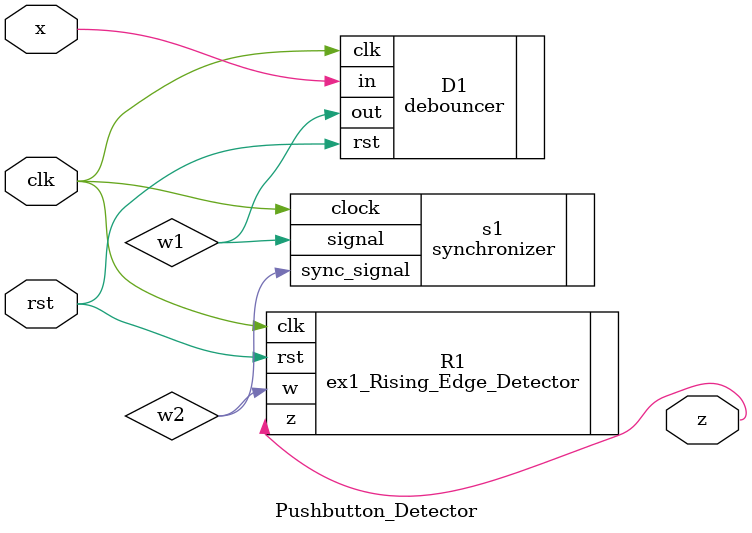
<source format=v>
`timescale 1ns / 1ps


module Pushbutton_Detector(
input clk, rst,
input x,
output z
);
wire w1,w2;
debouncer D1 (.clk(clk), .rst(rst), .in(x),.out(w1));  
synchronizer s1(.signal(w1),.clock(clk),.sync_signal(w2));
ex1_Rising_Edge_Detector R1 (.clk(clk), .rst(rst), .w(w2),.z(z));
endmodule

</source>
